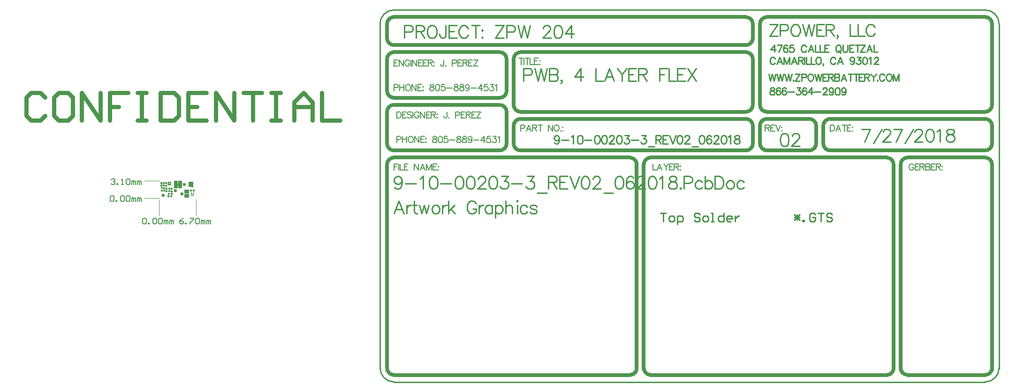
<source format=gts>
G04*
G04 #@! TF.GenerationSoftware,Altium Limited,Altium Designer,18.1.7 (191)*
G04*
G04 Layer_Color=8388736*
%FSLAX25Y25*%
%MOIN*%
G70*
G01*
G75*
%ADD10C,0.01000*%
%ADD11C,0.02500*%
%ADD12C,0.00201*%
%ADD13C,0.00900*%
%ADD14C,0.02953*%
%ADD15C,0.00500*%
%ADD16C,0.00600*%
%ADD28R,0.01968X0.01378*%
%ADD29R,0.01673X0.01181*%
%ADD30R,0.02067X0.01378*%
%ADD31C,0.01378*%
%ADD32R,0.01575X0.01378*%
%ADD33R,0.03150X0.02638*%
%ADD34R,0.03150X0.02677*%
G04:AMPARAMS|DCode=35|XSize=9.84mil|YSize=23.62mil|CornerRadius=3.45mil|HoleSize=0mil|Usage=FLASHONLY|Rotation=270.000|XOffset=0mil|YOffset=0mil|HoleType=Round|Shape=RoundedRectangle|*
%AMROUNDEDRECTD35*
21,1,0.00984,0.01673,0,0,270.0*
21,1,0.00295,0.02362,0,0,270.0*
1,1,0.00689,-0.00837,-0.00148*
1,1,0.00689,-0.00837,0.00148*
1,1,0.00689,0.00837,0.00148*
1,1,0.00689,0.00837,-0.00148*
%
%ADD35ROUNDEDRECTD35*%
G04:AMPARAMS|DCode=36|XSize=13.78mil|YSize=9.84mil|CornerRadius=3.45mil|HoleSize=0mil|Usage=FLASHONLY|Rotation=270.000|XOffset=0mil|YOffset=0mil|HoleType=Round|Shape=RoundedRectangle|*
%AMROUNDEDRECTD36*
21,1,0.01378,0.00295,0,0,270.0*
21,1,0.00689,0.00984,0,0,270.0*
1,1,0.00689,-0.00148,-0.00345*
1,1,0.00689,-0.00148,0.00345*
1,1,0.00689,0.00148,0.00345*
1,1,0.00689,0.00148,-0.00345*
%
%ADD36ROUNDEDRECTD36*%
%ADD37R,0.01339X0.01575*%
%ADD38R,0.01575X0.01339*%
%ADD39R,0.01378X0.01575*%
%ADD40R,0.03543X0.02559*%
%ADD41C,0.02362*%
%ADD42C,0.01181*%
%ADD43C,0.01535*%
G36*
X212686Y309048D02*
Y310048D01*
X213686D01*
Y309048D01*
X212686D01*
D02*
G37*
D10*
X546769Y289181D02*
X550767D01*
X548768D01*
Y283183D01*
X553766D02*
X555766D01*
X556765Y284183D01*
Y286182D01*
X555766Y287182D01*
X553766D01*
X552767Y286182D01*
Y284183D01*
X553766Y283183D01*
X558765Y281184D02*
Y287182D01*
X561764D01*
X562764Y286182D01*
Y284183D01*
X561764Y283183D01*
X558765D01*
X574760Y288181D02*
X573760Y289181D01*
X571761D01*
X570761Y288181D01*
Y287182D01*
X571761Y286182D01*
X573760D01*
X574760Y285182D01*
Y284183D01*
X573760Y283183D01*
X571761D01*
X570761Y284183D01*
X577759Y283183D02*
X579758D01*
X580758Y284183D01*
Y286182D01*
X579758Y287182D01*
X577759D01*
X576759Y286182D01*
Y284183D01*
X577759Y283183D01*
X582757D02*
X584756D01*
X583757D01*
Y289181D01*
X582757D01*
X591754D02*
Y283183D01*
X588755D01*
X587755Y284183D01*
Y286182D01*
X588755Y287182D01*
X591754D01*
X596753Y283183D02*
X594753D01*
X593753Y284183D01*
Y286182D01*
X594753Y287182D01*
X596753D01*
X597752Y286182D01*
Y285182D01*
X593753D01*
X599752Y287182D02*
Y283183D01*
Y285182D01*
X600751Y286182D01*
X601751Y287182D01*
X602750D01*
X641738Y288181D02*
X645737Y284183D01*
X641738D02*
X645737Y288181D01*
X641738Y286182D02*
X645737D01*
X643737Y284183D02*
Y288181D01*
X647736Y283183D02*
Y284183D01*
X648736D01*
Y283183D01*
X647736D01*
X656733Y288181D02*
X655733Y289181D01*
X653734D01*
X652734Y288181D01*
Y284183D01*
X653734Y283183D01*
X655733D01*
X656733Y284183D01*
Y286182D01*
X654734D01*
X658732Y289181D02*
X662731D01*
X660732D01*
Y283183D01*
X668729Y288181D02*
X667730Y289181D01*
X665730D01*
X664731Y288181D01*
Y287182D01*
X665730Y286182D01*
X667730D01*
X668729Y285182D01*
Y284183D01*
X667730Y283183D01*
X665730D01*
X664731Y284183D01*
X787532Y423682D02*
G03*
X777532Y433682I-10000J0D01*
G01*
Y168921D02*
G03*
X787532Y178921I0J10000D01*
G01*
X347532Y179022D02*
G03*
X357455Y168923I10100J0D01*
G01*
X357532Y433682D02*
G03*
X347532Y423682I0J-10000D01*
G01*
X357532Y168922D02*
X777532D01*
X357532Y433682D02*
X777532D01*
X787532Y178236D02*
Y423682D01*
X347532Y178727D02*
Y423682D01*
D11*
X530032Y323682D02*
G03*
X525032Y328682I-5000J0D01*
G01*
X525148Y173921D02*
G03*
X530030Y178889I84J4800D01*
G01*
X540032Y328682D02*
G03*
X535032Y323682I0J-5000D01*
G01*
Y178921D02*
G03*
X539944Y173922I5000J0D01*
G01*
X712532Y323682D02*
G03*
X707532Y328682I-5000J0D01*
G01*
X707648Y173921D02*
G03*
X712530Y178889I84J4800D01*
G01*
X717532Y178822D02*
G03*
X722517Y173922I4900J0D01*
G01*
X722532Y328682D02*
G03*
X717532Y323682I0J-5000D01*
G01*
X437532Y398782D02*
G03*
X432632Y403682I-4900J0D01*
G01*
X432732Y371182D02*
G03*
X437532Y375982I0J4800D01*
G01*
Y361282D02*
G03*
X432461Y366179I-4900J0D01*
G01*
X442532Y366082D02*
G03*
X447432Y361182I4900J0D01*
G01*
X442532Y338582D02*
G03*
X447432Y333682I4900J0D01*
G01*
X432632D02*
G03*
X437532Y338582I0J4900D01*
G01*
X612532Y351282D02*
G03*
X607632Y356182I-4900J0D01*
G01*
Y333682D02*
G03*
X612531Y338668I0J4900D01*
G01*
X617532Y338782D02*
G03*
X622543Y333683I5100J0D01*
G01*
X622332Y356182D02*
G03*
X617538Y351131I0J-4800D01*
G01*
X447532Y356182D02*
G03*
X442532Y351182I0J-5000D01*
G01*
X447532Y403682D02*
G03*
X442532Y398682I0J-5000D01*
G01*
X352532Y338682D02*
G03*
X357444Y333683I5000J0D01*
G01*
X357532Y366182D02*
G03*
X352532Y361182I0J-5000D01*
G01*
Y376182D02*
G03*
X357532Y371182I5000J0D01*
G01*
Y403682D02*
G03*
X352532Y398682I0J-5000D01*
G01*
Y413682D02*
G03*
X357532Y408682I5000J0D01*
G01*
Y428682D02*
G03*
X352532Y423682I0J-5000D01*
G01*
X612532D02*
G03*
X607532Y428682I-5000J0D01*
G01*
X622532D02*
G03*
X617532Y423682I0J-5000D01*
G01*
X607532Y408682D02*
G03*
X612532Y413682I0J5000D01*
G01*
Y398682D02*
G03*
X607532Y403682I-5000J0D01*
G01*
X357532Y328682D02*
G03*
X352532Y323682I0J-5000D01*
G01*
X607619Y361182D02*
G03*
X612533Y366182I-87J5000D01*
G01*
X352532Y178921D02*
G03*
X357444Y173922I5000J0D01*
G01*
X657532Y351282D02*
G03*
X652632Y356182I-4900J0D01*
G01*
X652532Y333682D02*
G03*
X657532Y338682I0J5000D01*
G01*
X777532Y173922D02*
G03*
X782532Y178921I0J5000D01*
G01*
X782532Y323770D02*
G03*
X777532Y328683I-5000J-87D01*
G01*
Y333682D02*
G03*
X782532Y338682I0J5000D01*
G01*
Y423782D02*
G03*
X777461Y428679I-4900J0D01*
G01*
X617532Y366182D02*
G03*
X622532Y361182I5000J0D01*
G01*
X777532D02*
G03*
X782532Y366182I0J5000D01*
G01*
X667532Y356182D02*
G03*
X662532Y351182I0J-5000D01*
G01*
X782532Y351282D02*
G03*
X777632Y356182I-4900J0D01*
G01*
X662532Y338582D02*
G03*
X667517Y333683I4900J0D01*
G01*
X540032Y173922D02*
X707532D01*
X357532D02*
X525032D01*
X357532Y328682D02*
X525032D01*
X540032D02*
X707532D01*
X722532Y173922D02*
X777532D01*
X722532Y328682D02*
X777532D01*
X357532Y428682D02*
X607532D01*
X357532Y333682D02*
X432532D01*
X357532Y366182D02*
X432532D01*
X357532Y371182D02*
X432532D01*
X357532Y403682D02*
X432532D01*
X357532Y408682D02*
X607532D01*
X447532Y403682D02*
X607532D01*
X447532Y356182D02*
X607532D01*
X447532Y333682D02*
X607532D01*
X622532D02*
X652532D01*
X622532Y356182D02*
X652532D01*
X667532Y333682D02*
X777532D01*
X622532Y428682D02*
X777532D01*
X447532Y361182D02*
X607619D01*
X622532D02*
X777532D01*
X667532Y356182D02*
X777532D01*
X530029Y178972D02*
X530032Y323682D01*
X535032Y178236D02*
Y323682D01*
X712529Y178236D02*
X712532Y323682D01*
X717532Y177990D02*
Y323682D01*
X352532Y338682D02*
Y361182D01*
X437532Y338682D02*
Y361182D01*
X352532Y376182D02*
Y398682D01*
X437532Y376182D02*
Y398682D01*
X352532Y413682D02*
Y423682D01*
X612532Y413682D02*
Y423682D01*
Y366182D02*
Y398682D01*
X442532Y366182D02*
Y398682D01*
X612532Y338682D02*
Y351182D01*
X442532Y338682D02*
Y351182D01*
X617532Y338682D02*
Y351182D01*
X657532Y338682D02*
Y351182D01*
X782532Y177745D02*
Y323682D01*
Y338682D02*
Y351282D01*
X352395Y178727D02*
X352532Y323682D01*
X617532Y366182D02*
Y423682D01*
X782532Y366182D02*
Y423682D01*
X662532Y338682D02*
Y351182D01*
D12*
X190499Y287573D02*
Y298923D01*
X216875Y287573D02*
Y298924D01*
X180061Y299902D02*
X190926D01*
X180061Y312107D02*
X190926D01*
D13*
X627735Y408701D02*
X625355Y405368D01*
X628925D01*
X627735Y408701D02*
Y403702D01*
X633139Y408701D02*
X630758Y403702D01*
X629806Y408701D02*
X633139D01*
X637114Y407986D02*
X636876Y408463D01*
X636162Y408701D01*
X635686D01*
X634972Y408463D01*
X634495Y407748D01*
X634257Y406558D01*
Y405368D01*
X634495Y404416D01*
X634972Y403940D01*
X635686Y403702D01*
X635924D01*
X636638Y403940D01*
X637114Y404416D01*
X637352Y405130D01*
Y405368D01*
X637114Y406082D01*
X636638Y406558D01*
X635924Y406796D01*
X635686D01*
X634972Y406558D01*
X634495Y406082D01*
X634257Y405368D01*
X641304Y408701D02*
X638923D01*
X638685Y406558D01*
X638923Y406796D01*
X639637Y407034D01*
X640351D01*
X641066Y406796D01*
X641542Y406320D01*
X641780Y405606D01*
Y405130D01*
X641542Y404416D01*
X641066Y403940D01*
X640351Y403702D01*
X639637D01*
X638923Y403940D01*
X638685Y404178D01*
X638447Y404654D01*
X650397Y407510D02*
X650159Y407986D01*
X649683Y408463D01*
X649207Y408701D01*
X648254D01*
X647778Y408463D01*
X647302Y407986D01*
X647064Y407510D01*
X646826Y406796D01*
Y405606D01*
X647064Y404892D01*
X647302Y404416D01*
X647778Y403940D01*
X648254Y403702D01*
X649207D01*
X649683Y403940D01*
X650159Y404416D01*
X650397Y404892D01*
X655610Y403702D02*
X653706Y408701D01*
X651801Y403702D01*
X652515Y405368D02*
X654896D01*
X656776Y408701D02*
Y403702D01*
X659633D01*
X660181Y408701D02*
Y403702D01*
X663037D01*
X666679Y408701D02*
X663585D01*
Y403702D01*
X666679D01*
X663585Y406320D02*
X665489D01*
X672868Y408701D02*
X672392Y408463D01*
X671916Y407986D01*
X671678Y407510D01*
X671440Y406796D01*
Y405606D01*
X671678Y404892D01*
X671916Y404416D01*
X672392Y403940D01*
X672868Y403702D01*
X673820D01*
X674297Y403940D01*
X674773Y404416D01*
X675011Y404892D01*
X675249Y405606D01*
Y406796D01*
X675011Y407510D01*
X674773Y407986D01*
X674297Y408463D01*
X673820Y408701D01*
X672868D01*
X673582Y404654D02*
X675011Y403226D01*
X676415Y408701D02*
Y405130D01*
X676653Y404416D01*
X677129Y403940D01*
X677843Y403702D01*
X678319D01*
X679034Y403940D01*
X679510Y404416D01*
X679748Y405130D01*
Y408701D01*
X684223D02*
X681128D01*
Y403702D01*
X684223D01*
X681128Y406320D02*
X683033D01*
X686722Y408701D02*
Y403702D01*
X685056Y408701D02*
X688389D01*
X692316D02*
X688984Y403702D01*
Y408701D02*
X692316D01*
X688984Y403702D02*
X692316D01*
X697244D02*
X695340Y408701D01*
X693435Y403702D01*
X694149Y405368D02*
X696530D01*
X698410Y408701D02*
Y403702D01*
X701267D01*
X628294Y398876D02*
X628056Y399352D01*
X627580Y399828D01*
X627104Y400066D01*
X626152D01*
X625676Y399828D01*
X625200Y399352D01*
X624962Y398876D01*
X624724Y398161D01*
Y396971D01*
X624962Y396257D01*
X625200Y395781D01*
X625676Y395305D01*
X626152Y395067D01*
X627104D01*
X627580Y395305D01*
X628056Y395781D01*
X628294Y396257D01*
X633508Y395067D02*
X631603Y400066D01*
X629699Y395067D01*
X630413Y396733D02*
X632794D01*
X634674Y400066D02*
Y395067D01*
Y400066D02*
X636578Y395067D01*
X638483Y400066D02*
X636578Y395067D01*
X638483Y400066D02*
Y395067D01*
X643720D02*
X641815Y400066D01*
X639911Y395067D01*
X640625Y396733D02*
X643006D01*
X644886Y400066D02*
Y395067D01*
Y400066D02*
X647028D01*
X647743Y399828D01*
X647981Y399590D01*
X648219Y399114D01*
Y398638D01*
X647981Y398161D01*
X647743Y397923D01*
X647028Y397685D01*
X644886D01*
X646552D02*
X648219Y395067D01*
X649338Y400066D02*
Y395067D01*
X650385Y400066D02*
Y395067D01*
X653241D01*
X653789Y400066D02*
Y395067D01*
X656645D01*
X658621Y400066D02*
X658145Y399828D01*
X657669Y399352D01*
X657431Y398876D01*
X657193Y398161D01*
Y396971D01*
X657431Y396257D01*
X657669Y395781D01*
X658145Y395305D01*
X658621Y395067D01*
X659573D01*
X660049Y395305D01*
X660526Y395781D01*
X660764Y396257D01*
X661002Y396971D01*
Y398161D01*
X660764Y398876D01*
X660526Y399352D01*
X660049Y399828D01*
X659573Y400066D01*
X658621D01*
X662644Y395305D02*
X662406Y395067D01*
X662168Y395305D01*
X662406Y395543D01*
X662644Y395305D01*
Y394829D01*
X662406Y394353D01*
X662168Y394115D01*
X671238Y398876D02*
X671000Y399352D01*
X670524Y399828D01*
X670047Y400066D01*
X669095D01*
X668619Y399828D01*
X668143Y399352D01*
X667905Y398876D01*
X667667Y398161D01*
Y396971D01*
X667905Y396257D01*
X668143Y395781D01*
X668619Y395305D01*
X669095Y395067D01*
X670047D01*
X670524Y395305D01*
X671000Y395781D01*
X671238Y396257D01*
X676451Y395067D02*
X674546Y400066D01*
X672642Y395067D01*
X673356Y396733D02*
X675737D01*
X684640Y398399D02*
X684401Y397685D01*
X683925Y397209D01*
X683211Y396971D01*
X682973D01*
X682259Y397209D01*
X681783Y397685D01*
X681545Y398399D01*
Y398638D01*
X681783Y399352D01*
X682259Y399828D01*
X682973Y400066D01*
X683211D01*
X683925Y399828D01*
X684401Y399352D01*
X684640Y398399D01*
Y397209D01*
X684401Y396019D01*
X683925Y395305D01*
X683211Y395067D01*
X682735D01*
X682021Y395305D01*
X681783Y395781D01*
X686472Y400066D02*
X689091D01*
X687663Y398161D01*
X688377D01*
X688853Y397923D01*
X689091Y397685D01*
X689329Y396971D01*
Y396495D01*
X689091Y395781D01*
X688615Y395305D01*
X687901Y395067D01*
X687187D01*
X686472Y395305D01*
X686234Y395543D01*
X685996Y396019D01*
X691876Y400066D02*
X691162Y399828D01*
X690686Y399114D01*
X690448Y397923D01*
Y397209D01*
X690686Y396019D01*
X691162Y395305D01*
X691876Y395067D01*
X692352D01*
X693066Y395305D01*
X693542Y396019D01*
X693780Y397209D01*
Y397923D01*
X693542Y399114D01*
X693066Y399828D01*
X692352Y400066D01*
X691876D01*
X694899Y399114D02*
X695375Y399352D01*
X696089Y400066D01*
Y395067D01*
X698803Y398876D02*
Y399114D01*
X699041Y399590D01*
X699279Y399828D01*
X699755Y400066D01*
X700707D01*
X701184Y399828D01*
X701422Y399590D01*
X701660Y399114D01*
Y398638D01*
X701422Y398161D01*
X700946Y397447D01*
X698565Y395067D01*
X701898D01*
X365032Y417967D02*
X368888D01*
X370173Y418396D01*
X370602Y418824D01*
X371030Y419681D01*
Y420966D01*
X370602Y421824D01*
X370173Y422252D01*
X368888Y422680D01*
X365032D01*
Y413682D01*
X373044Y422680D02*
Y413682D01*
Y422680D02*
X376901D01*
X378186Y422252D01*
X378614Y421824D01*
X379043Y420966D01*
Y420110D01*
X378614Y419253D01*
X378186Y418824D01*
X376901Y418396D01*
X373044D01*
X376044D02*
X379043Y413682D01*
X383628Y422680D02*
X382771Y422252D01*
X381914Y421395D01*
X381485Y420538D01*
X381057Y419253D01*
Y417110D01*
X381485Y415825D01*
X381914Y414968D01*
X382771Y414111D01*
X383628Y413682D01*
X385342D01*
X386198Y414111D01*
X387055Y414968D01*
X387484Y415825D01*
X387912Y417110D01*
Y419253D01*
X387484Y420538D01*
X387055Y421395D01*
X386198Y422252D01*
X385342Y422680D01*
X383628D01*
X394297D02*
Y415825D01*
X393868Y414539D01*
X393440Y414111D01*
X392583Y413682D01*
X391726D01*
X390869Y414111D01*
X390441Y414539D01*
X390012Y415825D01*
Y416682D01*
X402181Y422680D02*
X396611D01*
Y413682D01*
X402181D01*
X396611Y418396D02*
X400038D01*
X410108Y420538D02*
X409679Y421395D01*
X408822Y422252D01*
X407965Y422680D01*
X406251D01*
X405394Y422252D01*
X404537Y421395D01*
X404109Y420538D01*
X403681Y419253D01*
Y417110D01*
X404109Y415825D01*
X404537Y414968D01*
X405394Y414111D01*
X406251Y413682D01*
X407965D01*
X408822Y414111D01*
X409679Y414968D01*
X410108Y415825D01*
X415635Y422680D02*
Y413682D01*
X412636Y422680D02*
X418634D01*
X420134Y419681D02*
X419706Y419253D01*
X420134Y418824D01*
X420563Y419253D01*
X420134Y419681D01*
Y414539D02*
X419706Y414111D01*
X420134Y413682D01*
X420563Y414111D01*
X420134Y414539D01*
X435602Y422680D02*
X429603Y413682D01*
Y422680D02*
X435602D01*
X429603Y413682D02*
X435602D01*
X437616Y417967D02*
X441472D01*
X442758Y418396D01*
X443186Y418824D01*
X443615Y419681D01*
Y420966D01*
X443186Y421824D01*
X442758Y422252D01*
X441472Y422680D01*
X437616D01*
Y413682D01*
X445629Y422680D02*
X447771Y413682D01*
X449913Y422680D02*
X447771Y413682D01*
X449913Y422680D02*
X452056Y413682D01*
X454198Y422680D02*
X452056Y413682D01*
X463496Y420538D02*
Y420966D01*
X463925Y421824D01*
X464353Y422252D01*
X465210Y422680D01*
X466924D01*
X467781Y422252D01*
X468210Y421824D01*
X468638Y420966D01*
Y420110D01*
X468210Y419253D01*
X467352Y417967D01*
X463068Y413682D01*
X469066D01*
X473651Y422680D02*
X472366Y422252D01*
X471509Y420966D01*
X471080Y418824D01*
Y417539D01*
X471509Y415396D01*
X472366Y414111D01*
X473651Y413682D01*
X474508D01*
X475794Y414111D01*
X476650Y415396D01*
X477079Y417539D01*
Y418824D01*
X476650Y420966D01*
X475794Y422252D01*
X474508Y422680D01*
X473651D01*
X483378D02*
X479093Y416682D01*
X485520D01*
X483378Y422680D02*
Y413682D01*
X623824Y388273D02*
X625014Y383274D01*
X626204Y388273D02*
X625014Y383274D01*
X626204Y388273D02*
X627394Y383274D01*
X628585Y388273D02*
X627394Y383274D01*
X629585Y388273D02*
X630775Y383274D01*
X631965Y388273D02*
X630775Y383274D01*
X631965Y388273D02*
X633155Y383274D01*
X634345Y388273D02*
X633155Y383274D01*
X635345Y388273D02*
X636535Y383274D01*
X637726Y388273D02*
X636535Y383274D01*
X637726Y388273D02*
X638916Y383274D01*
X640106Y388273D02*
X638916Y383274D01*
X641344Y383750D02*
X641106Y383512D01*
X641344Y383274D01*
X641582Y383512D01*
X641344Y383750D01*
X646009Y388273D02*
X642677Y383274D01*
Y388273D02*
X646009D01*
X642677Y383274D02*
X646009D01*
X647128Y385654D02*
X649271D01*
X649985Y385892D01*
X650223Y386130D01*
X650461Y386606D01*
Y387320D01*
X650223Y387797D01*
X649985Y388035D01*
X649271Y388273D01*
X647128D01*
Y383274D01*
X653008Y388273D02*
X652532Y388035D01*
X652056Y387559D01*
X651818Y387082D01*
X651580Y386368D01*
Y385178D01*
X651818Y384464D01*
X652056Y383988D01*
X652532Y383512D01*
X653008Y383274D01*
X653960D01*
X654436Y383512D01*
X654912Y383988D01*
X655150Y384464D01*
X655388Y385178D01*
Y386368D01*
X655150Y387082D01*
X654912Y387559D01*
X654436Y388035D01*
X653960Y388273D01*
X653008D01*
X656555D02*
X657745Y383274D01*
X658935Y388273D02*
X657745Y383274D01*
X658935Y388273D02*
X660125Y383274D01*
X661316Y388273D02*
X660125Y383274D01*
X665410Y388273D02*
X662316D01*
Y383274D01*
X665410D01*
X662316Y385892D02*
X664220D01*
X666243Y388273D02*
Y383274D01*
Y388273D02*
X668386D01*
X669100Y388035D01*
X669338Y387797D01*
X669576Y387320D01*
Y386844D01*
X669338Y386368D01*
X669100Y386130D01*
X668386Y385892D01*
X666243D01*
X667910D02*
X669576Y383274D01*
X670695Y388273D02*
Y383274D01*
Y388273D02*
X672837D01*
X673551Y388035D01*
X673789Y387797D01*
X674027Y387320D01*
Y386844D01*
X673789Y386368D01*
X673551Y386130D01*
X672837Y385892D01*
X670695D02*
X672837D01*
X673551Y385654D01*
X673789Y385416D01*
X674027Y384940D01*
Y384226D01*
X673789Y383750D01*
X673551Y383512D01*
X672837Y383274D01*
X670695D01*
X678955D02*
X677050Y388273D01*
X675146Y383274D01*
X675860Y384940D02*
X678241D01*
X681788Y388273D02*
Y383274D01*
X680121Y388273D02*
X683454D01*
X685715D02*
Y383274D01*
X684049Y388273D02*
X687382D01*
X691071D02*
X687977D01*
Y383274D01*
X691071D01*
X687977Y385892D02*
X689881D01*
X691904Y388273D02*
Y383274D01*
Y388273D02*
X694047D01*
X694761Y388035D01*
X694999Y387797D01*
X695237Y387320D01*
Y386844D01*
X694999Y386368D01*
X694761Y386130D01*
X694047Y385892D01*
X691904D01*
X693571D02*
X695237Y383274D01*
X696356Y388273D02*
X698260Y385892D01*
Y383274D01*
X700165Y388273D02*
X698260Y385892D01*
X701045Y383750D02*
X700807Y383512D01*
X701045Y383274D01*
X701283Y383512D01*
X701045Y383750D01*
X705949Y387082D02*
X705711Y387559D01*
X705235Y388035D01*
X704759Y388273D01*
X703807D01*
X703331Y388035D01*
X702854Y387559D01*
X702616Y387082D01*
X702378Y386368D01*
Y385178D01*
X702616Y384464D01*
X702854Y383988D01*
X703331Y383512D01*
X703807Y383274D01*
X704759D01*
X705235Y383512D01*
X705711Y383988D01*
X705949Y384464D01*
X708782Y388273D02*
X708306Y388035D01*
X707830Y387559D01*
X707592Y387082D01*
X707353Y386368D01*
Y385178D01*
X707592Y384464D01*
X707830Y383988D01*
X708306Y383512D01*
X708782Y383274D01*
X709734D01*
X710210Y383512D01*
X710686Y383988D01*
X710924Y384464D01*
X711162Y385178D01*
Y386368D01*
X710924Y387082D01*
X710686Y387559D01*
X710210Y388035D01*
X709734Y388273D01*
X708782D01*
X712329D02*
Y383274D01*
Y388273D02*
X714233Y383274D01*
X716137Y388273D02*
X714233Y383274D01*
X716137Y388273D02*
Y383274D01*
X474980Y342441D02*
X474699Y341597D01*
X474136Y341035D01*
X473293Y340754D01*
X473012D01*
X472168Y341035D01*
X471606Y341597D01*
X471325Y342441D01*
Y342722D01*
X471606Y343565D01*
X472168Y344128D01*
X473012Y344409D01*
X473293D01*
X474136Y344128D01*
X474699Y343565D01*
X474980Y342441D01*
Y341035D01*
X474699Y339629D01*
X474136Y338786D01*
X473293Y338505D01*
X472731D01*
X471887Y338786D01*
X471606Y339348D01*
X476583Y341035D02*
X481643D01*
X483387Y343284D02*
X483949Y343565D01*
X484792Y344409D01*
Y338505D01*
X489403Y344409D02*
X488560Y344128D01*
X487997Y343284D01*
X487716Y341879D01*
Y341035D01*
X487997Y339629D01*
X488560Y338786D01*
X489403Y338505D01*
X489965D01*
X490809Y338786D01*
X491371Y339629D01*
X491652Y341035D01*
Y341879D01*
X491371Y343284D01*
X490809Y344128D01*
X489965Y344409D01*
X489403D01*
X492974Y341035D02*
X498035D01*
X501465Y344409D02*
X500621Y344128D01*
X500059Y343284D01*
X499778Y341879D01*
Y341035D01*
X500059Y339629D01*
X500621Y338786D01*
X501465Y338505D01*
X502027D01*
X502871Y338786D01*
X503433Y339629D01*
X503714Y341035D01*
Y341879D01*
X503433Y343284D01*
X502871Y344128D01*
X502027Y344409D01*
X501465D01*
X506722D02*
X505879Y344128D01*
X505317Y343284D01*
X505035Y341879D01*
Y341035D01*
X505317Y339629D01*
X505879Y338786D01*
X506722Y338505D01*
X507285D01*
X508128Y338786D01*
X508690Y339629D01*
X508972Y341035D01*
Y341879D01*
X508690Y343284D01*
X508128Y344128D01*
X507285Y344409D01*
X506722D01*
X510574Y343003D02*
Y343284D01*
X510855Y343847D01*
X511136Y344128D01*
X511699Y344409D01*
X512823D01*
X513386Y344128D01*
X513667Y343847D01*
X513948Y343284D01*
Y342722D01*
X513667Y342160D01*
X513105Y341316D01*
X510293Y338505D01*
X514229D01*
X517238Y344409D02*
X516394Y344128D01*
X515832Y343284D01*
X515551Y341879D01*
Y341035D01*
X515832Y339629D01*
X516394Y338786D01*
X517238Y338505D01*
X517800D01*
X518643Y338786D01*
X519206Y339629D01*
X519487Y341035D01*
Y341879D01*
X519206Y343284D01*
X518643Y344128D01*
X517800Y344409D01*
X517238D01*
X521371D02*
X524463D01*
X522776Y342160D01*
X523620D01*
X524182Y341879D01*
X524463Y341597D01*
X524744Y340754D01*
Y340192D01*
X524463Y339348D01*
X523901Y338786D01*
X523057Y338505D01*
X522214D01*
X521371Y338786D01*
X521089Y339067D01*
X520808Y339629D01*
X526066Y341035D02*
X531127D01*
X533432Y344409D02*
X536525D01*
X534838Y342160D01*
X535681D01*
X536244Y341879D01*
X536525Y341597D01*
X536806Y340754D01*
Y340192D01*
X536525Y339348D01*
X535962Y338786D01*
X535119Y338505D01*
X534275D01*
X533432Y338786D01*
X533151Y339067D01*
X532870Y339629D01*
X538127Y336537D02*
X542626D01*
X543385Y344409D02*
Y338505D01*
Y344409D02*
X545915D01*
X546759Y344128D01*
X547040Y343847D01*
X547321Y343284D01*
Y342722D01*
X547040Y342160D01*
X546759Y341879D01*
X545915Y341597D01*
X543385D01*
X545353D02*
X547321Y338505D01*
X552297Y344409D02*
X548642D01*
Y338505D01*
X552297D01*
X548642Y341597D02*
X550892D01*
X553281Y344409D02*
X555531Y338505D01*
X557780Y344409D02*
X555531Y338505D01*
X560226Y344409D02*
X559383Y344128D01*
X558820Y343284D01*
X558539Y341879D01*
Y341035D01*
X558820Y339629D01*
X559383Y338786D01*
X560226Y338505D01*
X560788D01*
X561632Y338786D01*
X562194Y339629D01*
X562475Y341035D01*
Y341879D01*
X562194Y343284D01*
X561632Y344128D01*
X560788Y344409D01*
X560226D01*
X564078Y343003D02*
Y343284D01*
X564359Y343847D01*
X564640Y344128D01*
X565203Y344409D01*
X566327D01*
X566889Y344128D01*
X567171Y343847D01*
X567452Y343284D01*
Y342722D01*
X567171Y342160D01*
X566608Y341316D01*
X563797Y338505D01*
X567733D01*
X569054Y336537D02*
X573553D01*
X575999Y344409D02*
X575155Y344128D01*
X574593Y343284D01*
X574312Y341879D01*
Y341035D01*
X574593Y339629D01*
X575155Y338786D01*
X575999Y338505D01*
X576561D01*
X577405Y338786D01*
X577967Y339629D01*
X578248Y341035D01*
Y341879D01*
X577967Y343284D01*
X577405Y344128D01*
X576561Y344409D01*
X575999D01*
X582943Y343565D02*
X582662Y344128D01*
X581819Y344409D01*
X581256D01*
X580413Y344128D01*
X579851Y343284D01*
X579569Y341879D01*
Y340473D01*
X579851Y339348D01*
X580413Y338786D01*
X581256Y338505D01*
X581538D01*
X582381Y338786D01*
X582943Y339348D01*
X583224Y340192D01*
Y340473D01*
X582943Y341316D01*
X582381Y341879D01*
X581538Y342160D01*
X581256D01*
X580413Y341879D01*
X579851Y341316D01*
X579569Y340473D01*
X584799Y343003D02*
Y343284D01*
X585080Y343847D01*
X585361Y344128D01*
X585924Y344409D01*
X587048D01*
X587610Y344128D01*
X587892Y343847D01*
X588173Y343284D01*
Y342722D01*
X587892Y342160D01*
X587329Y341316D01*
X584518Y338505D01*
X588454D01*
X591462Y344409D02*
X590619Y344128D01*
X590057Y343284D01*
X589775Y341879D01*
Y341035D01*
X590057Y339629D01*
X590619Y338786D01*
X591462Y338505D01*
X592025D01*
X592868Y338786D01*
X593430Y339629D01*
X593712Y341035D01*
Y341879D01*
X593430Y343284D01*
X592868Y344128D01*
X592025Y344409D01*
X591462D01*
X595033Y343284D02*
X595595Y343565D01*
X596439Y344409D01*
Y338505D01*
X600769Y344409D02*
X599925Y344128D01*
X599644Y343565D01*
Y343003D01*
X599925Y342441D01*
X600487Y342160D01*
X601612Y341879D01*
X602456Y341597D01*
X603018Y341035D01*
X603299Y340473D01*
Y339629D01*
X603018Y339067D01*
X602737Y338786D01*
X601893Y338505D01*
X600769D01*
X599925Y338786D01*
X599644Y339067D01*
X599363Y339629D01*
Y340473D01*
X599644Y341035D01*
X600206Y341597D01*
X601050Y341879D01*
X602174Y342160D01*
X602737Y342441D01*
X603018Y343003D01*
Y343565D01*
X602737Y344128D01*
X601893Y344409D01*
X600769D01*
X449639Y387342D02*
X453495D01*
X454780Y387771D01*
X455209Y388199D01*
X455638Y389056D01*
Y390341D01*
X455209Y391198D01*
X454780Y391627D01*
X453495Y392055D01*
X449639D01*
Y383057D01*
X457651Y392055D02*
X459794Y383057D01*
X461936Y392055D02*
X459794Y383057D01*
X461936Y392055D02*
X464079Y383057D01*
X466221Y392055D02*
X464079Y383057D01*
X468020Y392055D02*
Y383057D01*
Y392055D02*
X471877D01*
X473162Y391627D01*
X473591Y391198D01*
X474019Y390341D01*
Y389484D01*
X473591Y388627D01*
X473162Y388199D01*
X471877Y387771D01*
X468020D02*
X471877D01*
X473162Y387342D01*
X473591Y386913D01*
X474019Y386057D01*
Y384771D01*
X473591Y383914D01*
X473162Y383486D01*
X471877Y383057D01*
X468020D01*
X476890Y383486D02*
X476462Y383057D01*
X476033Y383486D01*
X476462Y383914D01*
X476890Y383486D01*
Y382629D01*
X476462Y381772D01*
X476033Y381343D01*
X490216Y392055D02*
X485931Y386057D01*
X492358D01*
X490216Y392055D02*
Y383057D01*
X501014Y392055D02*
Y383057D01*
X506155D01*
X513996D02*
X510569Y392055D01*
X507141Y383057D01*
X508426Y386057D02*
X512711D01*
X516096Y392055D02*
X519524Y387771D01*
Y383057D01*
X522952Y392055D02*
X519524Y387771D01*
X529679Y392055D02*
X524109D01*
Y383057D01*
X529679D01*
X524109Y387771D02*
X527536D01*
X531178Y392055D02*
Y383057D01*
Y392055D02*
X535035D01*
X536320Y391627D01*
X536749Y391198D01*
X537177Y390341D01*
Y389484D01*
X536749Y388627D01*
X536320Y388199D01*
X535035Y387771D01*
X531178D01*
X534178D02*
X537177Y383057D01*
X546261Y392055D02*
Y383057D01*
Y392055D02*
X551831D01*
X546261Y387771D02*
X549689D01*
X552859Y392055D02*
Y383057D01*
X558001D01*
X564557Y392055D02*
X558987D01*
Y383057D01*
X564557D01*
X558987Y387771D02*
X562415D01*
X566057Y392055D02*
X572055Y383057D01*
Y392055D02*
X566057Y383057D01*
X363102Y312281D02*
X362673Y310996D01*
X361817Y310139D01*
X360531Y309710D01*
X360103D01*
X358817Y310139D01*
X357960Y310996D01*
X357532Y312281D01*
Y312710D01*
X357960Y313995D01*
X358817Y314852D01*
X360103Y315281D01*
X360531D01*
X361817Y314852D01*
X362673Y313995D01*
X363102Y312281D01*
Y310139D01*
X362673Y307996D01*
X361817Y306711D01*
X360531Y306282D01*
X359674D01*
X358389Y306711D01*
X357960Y307568D01*
X365544Y310139D02*
X373257D01*
X375913Y313567D02*
X376770Y313995D01*
X378056Y315281D01*
Y306282D01*
X385083Y315281D02*
X383798Y314852D01*
X382941Y313567D01*
X382512Y311424D01*
Y310139D01*
X382941Y307996D01*
X383798Y306711D01*
X385083Y306282D01*
X385940D01*
X387225Y306711D01*
X388082Y307996D01*
X388511Y310139D01*
Y311424D01*
X388082Y313567D01*
X387225Y314852D01*
X385940Y315281D01*
X385083D01*
X390525Y310139D02*
X398237D01*
X403465Y315281D02*
X402179Y314852D01*
X401322Y313567D01*
X400894Y311424D01*
Y310139D01*
X401322Y307996D01*
X402179Y306711D01*
X403465Y306282D01*
X404322D01*
X405607Y306711D01*
X406464Y307996D01*
X406892Y310139D01*
Y311424D01*
X406464Y313567D01*
X405607Y314852D01*
X404322Y315281D01*
X403465D01*
X411477D02*
X410192Y314852D01*
X409335Y313567D01*
X408906Y311424D01*
Y310139D01*
X409335Y307996D01*
X410192Y306711D01*
X411477Y306282D01*
X412334D01*
X413620Y306711D01*
X414477Y307996D01*
X414905Y310139D01*
Y311424D01*
X414477Y313567D01*
X413620Y314852D01*
X412334Y315281D01*
X411477D01*
X417347Y313138D02*
Y313567D01*
X417776Y314423D01*
X418204Y314852D01*
X419061Y315281D01*
X420775D01*
X421632Y314852D01*
X422061Y314423D01*
X422489Y313567D01*
Y312710D01*
X422061Y311853D01*
X421204Y310567D01*
X416919Y306282D01*
X422918D01*
X427502Y315281D02*
X426217Y314852D01*
X425360Y313567D01*
X424931Y311424D01*
Y310139D01*
X425360Y307996D01*
X426217Y306711D01*
X427502Y306282D01*
X428359D01*
X429645Y306711D01*
X430502Y307996D01*
X430930Y310139D01*
Y311424D01*
X430502Y313567D01*
X429645Y314852D01*
X428359Y315281D01*
X427502D01*
X433801D02*
X438514D01*
X435944Y311853D01*
X437229D01*
X438086Y311424D01*
X438514Y310996D01*
X438943Y309710D01*
Y308853D01*
X438514Y307568D01*
X437657Y306711D01*
X436372Y306282D01*
X435086D01*
X433801Y306711D01*
X433373Y307139D01*
X432944Y307996D01*
X440957Y310139D02*
X448669D01*
X452183Y315281D02*
X456896D01*
X454325Y311853D01*
X455611D01*
X456468Y311424D01*
X456896Y310996D01*
X457325Y309710D01*
Y308853D01*
X456896Y307568D01*
X456039Y306711D01*
X454754Y306282D01*
X453468D01*
X452183Y306711D01*
X451754Y307139D01*
X451326Y307996D01*
X459338Y303283D02*
X466194D01*
X467351Y315281D02*
Y306282D01*
Y315281D02*
X471207D01*
X472493Y314852D01*
X472921Y314423D01*
X473350Y313567D01*
Y312710D01*
X472921Y311853D01*
X472493Y311424D01*
X471207Y310996D01*
X467351D01*
X470350D02*
X473350Y306282D01*
X480934Y315281D02*
X475364D01*
Y306282D01*
X480934D01*
X475364Y310996D02*
X478791D01*
X482434Y315281D02*
X485861Y306282D01*
X489289Y315281D02*
X485861Y306282D01*
X493017Y315281D02*
X491732Y314852D01*
X490874Y313567D01*
X490446Y311424D01*
Y310139D01*
X490874Y307996D01*
X491732Y306711D01*
X493017Y306282D01*
X493874D01*
X495159Y306711D01*
X496016Y307996D01*
X496445Y310139D01*
Y311424D01*
X496016Y313567D01*
X495159Y314852D01*
X493874Y315281D01*
X493017D01*
X498887Y313138D02*
Y313567D01*
X499316Y314423D01*
X499744Y314852D01*
X500601Y315281D01*
X502315D01*
X503172Y314852D01*
X503600Y314423D01*
X504029Y313567D01*
Y312710D01*
X503600Y311853D01*
X502743Y310567D01*
X498459Y306282D01*
X504457D01*
X506471Y303283D02*
X513327D01*
X517055Y315281D02*
X515769Y314852D01*
X514912Y313567D01*
X514484Y311424D01*
Y310139D01*
X514912Y307996D01*
X515769Y306711D01*
X517055Y306282D01*
X517912D01*
X519197Y306711D01*
X520054Y307996D01*
X520482Y310139D01*
Y311424D01*
X520054Y313567D01*
X519197Y314852D01*
X517912Y315281D01*
X517055D01*
X527638Y313995D02*
X527210Y314852D01*
X525924Y315281D01*
X525067D01*
X523782Y314852D01*
X522925Y313567D01*
X522496Y311424D01*
Y309282D01*
X522925Y307568D01*
X523782Y306711D01*
X525067Y306282D01*
X525496D01*
X526781Y306711D01*
X527638Y307568D01*
X528067Y308853D01*
Y309282D01*
X527638Y310567D01*
X526781Y311424D01*
X525496Y311853D01*
X525067D01*
X523782Y311424D01*
X522925Y310567D01*
X522496Y309282D01*
X530466Y313138D02*
Y313567D01*
X530895Y314423D01*
X531323Y314852D01*
X532180Y315281D01*
X533894D01*
X534751Y314852D01*
X535179Y314423D01*
X535608Y313567D01*
Y312710D01*
X535179Y311853D01*
X534322Y310567D01*
X530038Y306282D01*
X536036D01*
X540621Y315281D02*
X539336Y314852D01*
X538479Y313567D01*
X538050Y311424D01*
Y310139D01*
X538479Y307996D01*
X539336Y306711D01*
X540621Y306282D01*
X541478D01*
X542763Y306711D01*
X543620Y307996D01*
X544049Y310139D01*
Y311424D01*
X543620Y313567D01*
X542763Y314852D01*
X541478Y315281D01*
X540621D01*
X546063Y313567D02*
X546920Y313995D01*
X548205Y315281D01*
Y306282D01*
X554804Y315281D02*
X553518Y314852D01*
X553090Y313995D01*
Y313138D01*
X553518Y312281D01*
X554375Y311853D01*
X556089Y311424D01*
X557375Y310996D01*
X558231Y310139D01*
X558660Y309282D01*
Y307996D01*
X558231Y307139D01*
X557803Y306711D01*
X556518Y306282D01*
X554804D01*
X553518Y306711D01*
X553090Y307139D01*
X552661Y307996D01*
Y309282D01*
X553090Y310139D01*
X553947Y310996D01*
X555232Y311424D01*
X556946Y311853D01*
X557803Y312281D01*
X558231Y313138D01*
Y313995D01*
X557803Y314852D01*
X556518Y315281D01*
X554804D01*
X561102Y307139D02*
X560674Y306711D01*
X561102Y306282D01*
X561531Y306711D01*
X561102Y307139D01*
X563502Y310567D02*
X567358D01*
X568644Y310996D01*
X569072Y311424D01*
X569501Y312281D01*
Y313567D01*
X569072Y314423D01*
X568644Y314852D01*
X567358Y315281D01*
X563502D01*
Y306282D01*
X576656Y310996D02*
X575799Y311853D01*
X574942Y312281D01*
X573657D01*
X572800Y311853D01*
X571943Y310996D01*
X571514Y309710D01*
Y308853D01*
X571943Y307568D01*
X572800Y306711D01*
X573657Y306282D01*
X574942D01*
X575799Y306711D01*
X576656Y307568D01*
X578584Y315281D02*
Y306282D01*
Y310996D02*
X579441Y311853D01*
X580298Y312281D01*
X581584D01*
X582441Y311853D01*
X583298Y310996D01*
X583726Y309710D01*
Y308853D01*
X583298Y307568D01*
X582441Y306711D01*
X581584Y306282D01*
X580298D01*
X579441Y306711D01*
X578584Y307568D01*
X585654Y315281D02*
Y306282D01*
Y315281D02*
X588654D01*
X589939Y314852D01*
X590796Y313995D01*
X591224Y313138D01*
X591653Y311853D01*
Y309710D01*
X591224Y308425D01*
X590796Y307568D01*
X589939Y306711D01*
X588654Y306282D01*
X585654D01*
X595809Y312281D02*
X594952Y311853D01*
X594095Y310996D01*
X593667Y309710D01*
Y308853D01*
X594095Y307568D01*
X594952Y306711D01*
X595809Y306282D01*
X597095D01*
X597952Y306711D01*
X598809Y307568D01*
X599237Y308853D01*
Y309710D01*
X598809Y310996D01*
X597952Y311853D01*
X597095Y312281D01*
X595809D01*
X606350Y310996D02*
X605493Y311853D01*
X604636Y312281D01*
X603350D01*
X602493Y311853D01*
X601637Y310996D01*
X601208Y309710D01*
Y308853D01*
X601637Y307568D01*
X602493Y306711D01*
X603350Y306282D01*
X604636D01*
X605493Y306711D01*
X606350Y307568D01*
X364387Y288782D02*
X360960Y297780D01*
X357532Y288782D01*
X358817Y291782D02*
X363102D01*
X366487Y294781D02*
Y288782D01*
Y292210D02*
X366915Y293496D01*
X367772Y294353D01*
X368629Y294781D01*
X369915D01*
X372014Y297780D02*
Y290496D01*
X372443Y289211D01*
X373300Y288782D01*
X374157D01*
X370729Y294781D02*
X373728D01*
X375442D02*
X377156Y288782D01*
X378870Y294781D02*
X377156Y288782D01*
X378870Y294781D02*
X380584Y288782D01*
X382298Y294781D02*
X380584Y288782D01*
X386540Y294781D02*
X385683Y294353D01*
X384826Y293496D01*
X384397Y292210D01*
Y291353D01*
X384826Y290068D01*
X385683Y289211D01*
X386540Y288782D01*
X387825D01*
X388682Y289211D01*
X389539Y290068D01*
X389968Y291353D01*
Y292210D01*
X389539Y293496D01*
X388682Y294353D01*
X387825Y294781D01*
X386540D01*
X391939D02*
Y288782D01*
Y292210D02*
X392367Y293496D01*
X393224Y294353D01*
X394081Y294781D01*
X395366D01*
X396181Y297780D02*
Y288782D01*
X400465Y294781D02*
X396181Y290496D01*
X397894Y292210D02*
X400894Y288782D01*
X415805Y295638D02*
X415376Y296495D01*
X414519Y297352D01*
X413662Y297780D01*
X411949D01*
X411092Y297352D01*
X410235Y296495D01*
X409806Y295638D01*
X409378Y294353D01*
Y292210D01*
X409806Y290925D01*
X410235Y290068D01*
X411092Y289211D01*
X411949Y288782D01*
X413662D01*
X414519Y289211D01*
X415376Y290068D01*
X415805Y290925D01*
Y292210D01*
X413662D02*
X415805D01*
X417862Y294781D02*
Y288782D01*
Y292210D02*
X418290Y293496D01*
X419147Y294353D01*
X420004Y294781D01*
X421289D01*
X427245D02*
Y288782D01*
Y293496D02*
X426388Y294353D01*
X425531Y294781D01*
X424246D01*
X423389Y294353D01*
X422532Y293496D01*
X422104Y292210D01*
Y291353D01*
X422532Y290068D01*
X423389Y289211D01*
X424246Y288782D01*
X425531D01*
X426388Y289211D01*
X427245Y290068D01*
X429645Y294781D02*
Y285783D01*
Y293496D02*
X430502Y294353D01*
X431359Y294781D01*
X432644D01*
X433501Y294353D01*
X434358Y293496D01*
X434787Y292210D01*
Y291353D01*
X434358Y290068D01*
X433501Y289211D01*
X432644Y288782D01*
X431359D01*
X430502Y289211D01*
X429645Y290068D01*
X436715Y297780D02*
Y288782D01*
Y293067D02*
X438000Y294353D01*
X438857Y294781D01*
X440142D01*
X441000Y294353D01*
X441428Y293067D01*
Y288782D01*
X444642Y297780D02*
X445070Y297352D01*
X445499Y297780D01*
X445070Y298209D01*
X444642Y297780D01*
X445070Y294781D02*
Y288782D01*
X452226Y293496D02*
X451369Y294353D01*
X450512Y294781D01*
X449226D01*
X448369Y294353D01*
X447512Y293496D01*
X447084Y292210D01*
Y291353D01*
X447512Y290068D01*
X448369Y289211D01*
X449226Y288782D01*
X450512D01*
X451369Y289211D01*
X452226Y290068D01*
X458867Y293496D02*
X458439Y294353D01*
X457153Y294781D01*
X455868D01*
X454582Y294353D01*
X454154Y293496D01*
X454582Y292639D01*
X455439Y292210D01*
X457582Y291782D01*
X458439Y291353D01*
X458867Y290496D01*
Y290068D01*
X458439Y289211D01*
X457153Y288782D01*
X455868D01*
X454582Y289211D01*
X454154Y290068D01*
X634578Y345791D02*
X633292Y345363D01*
X632436Y344077D01*
X632007Y341935D01*
Y340650D01*
X632436Y338507D01*
X633292Y337222D01*
X634578Y336793D01*
X635435D01*
X636720Y337222D01*
X637577Y338507D01*
X638006Y340650D01*
Y341935D01*
X637577Y344077D01*
X636720Y345363D01*
X635435Y345791D01*
X634578D01*
X640448Y343649D02*
Y344077D01*
X640876Y344934D01*
X641305Y345363D01*
X642162Y345791D01*
X643876D01*
X644733Y345363D01*
X645161Y344934D01*
X645590Y344077D01*
Y343220D01*
X645161Y342363D01*
X644304Y341078D01*
X640020Y336793D01*
X646018D01*
X630100Y423476D02*
X624435Y414977D01*
Y423476D02*
X630100D01*
X624435Y414977D02*
X630100D01*
X632002Y419024D02*
X635644D01*
X636858Y419429D01*
X637263Y419833D01*
X637668Y420643D01*
Y421857D01*
X637263Y422666D01*
X636858Y423071D01*
X635644Y423476D01*
X632002D01*
Y414977D01*
X641998Y423476D02*
X641188Y423071D01*
X640379Y422261D01*
X639974Y421452D01*
X639570Y420238D01*
Y418215D01*
X639974Y417001D01*
X640379Y416191D01*
X641188Y415382D01*
X641998Y414977D01*
X643616D01*
X644426Y415382D01*
X645235Y416191D01*
X645640Y417001D01*
X646044Y418215D01*
Y420238D01*
X645640Y421452D01*
X645235Y422261D01*
X644426Y423071D01*
X643616Y423476D01*
X641998D01*
X648027D02*
X650051Y414977D01*
X652074Y423476D02*
X650051Y414977D01*
X652074Y423476D02*
X654098Y414977D01*
X656121Y423476D02*
X654098Y414977D01*
X663081Y423476D02*
X657821D01*
Y414977D01*
X663081D01*
X657821Y419429D02*
X661058D01*
X664498Y423476D02*
Y414977D01*
Y423476D02*
X668140D01*
X669354Y423071D01*
X669758Y422666D01*
X670163Y421857D01*
Y421047D01*
X669758Y420238D01*
X669354Y419833D01*
X668140Y419429D01*
X664498D01*
X667330D02*
X670163Y414977D01*
X672874Y415382D02*
X672470Y414977D01*
X672065Y415382D01*
X672470Y415787D01*
X672874Y415382D01*
Y414573D01*
X672470Y413763D01*
X672065Y413359D01*
X681413Y423476D02*
Y414977D01*
X686269D01*
X687200Y423476D02*
Y414977D01*
X692056D01*
X699057Y421452D02*
X698652Y422261D01*
X697843Y423071D01*
X697034Y423476D01*
X695415D01*
X694605Y423071D01*
X693796Y422261D01*
X693392Y421452D01*
X692987Y420238D01*
Y418215D01*
X693392Y417001D01*
X693796Y416191D01*
X694605Y415382D01*
X695415Y414977D01*
X697034D01*
X697843Y415382D01*
X698652Y416191D01*
X699057Y417001D01*
X696030Y348931D02*
X691746Y339932D01*
X690032Y348931D02*
X696030D01*
X698044Y338647D02*
X704043Y348931D01*
X705071Y346788D02*
Y347217D01*
X705500Y348074D01*
X705928Y348502D01*
X706785Y348931D01*
X708499D01*
X709356Y348502D01*
X709785Y348074D01*
X710213Y347217D01*
Y346360D01*
X709785Y345503D01*
X708928Y344217D01*
X704643Y339932D01*
X710641D01*
X718654Y348931D02*
X714369Y339932D01*
X712655Y348931D02*
X718654D01*
X720668Y338647D02*
X726667Y348931D01*
X727695Y346788D02*
Y347217D01*
X728124Y348074D01*
X728552Y348502D01*
X729409Y348931D01*
X731123D01*
X731980Y348502D01*
X732408Y348074D01*
X732837Y347217D01*
Y346360D01*
X732408Y345503D01*
X731551Y344217D01*
X727267Y339932D01*
X733265D01*
X737850Y348931D02*
X736565Y348502D01*
X735708Y347217D01*
X735279Y345074D01*
Y343789D01*
X735708Y341646D01*
X736565Y340361D01*
X737850Y339932D01*
X738707D01*
X739992Y340361D01*
X740849Y341646D01*
X741278Y343789D01*
Y345074D01*
X740849Y347217D01*
X739992Y348502D01*
X738707Y348931D01*
X737850D01*
X743292Y347217D02*
X744149Y347645D01*
X745434Y348931D01*
Y339932D01*
X752033Y348931D02*
X750747Y348502D01*
X750319Y347645D01*
Y346788D01*
X750747Y345931D01*
X751604Y345503D01*
X753318Y345074D01*
X754604Y344646D01*
X755461Y343789D01*
X755889Y342932D01*
Y341646D01*
X755461Y340789D01*
X755032Y340361D01*
X753747Y339932D01*
X752033D01*
X750747Y340361D01*
X750319Y340789D01*
X749890Y341646D01*
Y342932D01*
X750319Y343789D01*
X751176Y344646D01*
X752461Y345074D01*
X754175Y345503D01*
X755032Y345931D01*
X755461Y346788D01*
Y347645D01*
X755032Y348502D01*
X753747Y348931D01*
X752033D01*
X625829Y378306D02*
X625115Y378068D01*
X624877Y377592D01*
Y377116D01*
X625115Y376640D01*
X625591Y376402D01*
X626543Y376164D01*
X627257Y375926D01*
X627733Y375450D01*
X627971Y374974D01*
Y374259D01*
X627733Y373783D01*
X627495Y373545D01*
X626781Y373307D01*
X625829D01*
X625115Y373545D01*
X624877Y373783D01*
X624639Y374259D01*
Y374974D01*
X624877Y375450D01*
X625353Y375926D01*
X626067Y376164D01*
X627019Y376402D01*
X627495Y376640D01*
X627733Y377116D01*
Y377592D01*
X627495Y378068D01*
X626781Y378306D01*
X625829D01*
X631947Y377592D02*
X631709Y378068D01*
X630995Y378306D01*
X630518D01*
X629804Y378068D01*
X629328Y377354D01*
X629090Y376164D01*
Y374974D01*
X629328Y374021D01*
X629804Y373545D01*
X630518Y373307D01*
X630757D01*
X631471Y373545D01*
X631947Y374021D01*
X632185Y374735D01*
Y374974D01*
X631947Y375688D01*
X631471Y376164D01*
X630757Y376402D01*
X630518D01*
X629804Y376164D01*
X629328Y375688D01*
X629090Y374974D01*
X636136Y377592D02*
X635898Y378068D01*
X635184Y378306D01*
X634708D01*
X633994Y378068D01*
X633518Y377354D01*
X633280Y376164D01*
Y374974D01*
X633518Y374021D01*
X633994Y373545D01*
X634708Y373307D01*
X634946D01*
X635660Y373545D01*
X636136Y374021D01*
X636374Y374735D01*
Y374974D01*
X636136Y375688D01*
X635660Y376164D01*
X634946Y376402D01*
X634708D01*
X633994Y376164D01*
X633518Y375688D01*
X633280Y374974D01*
X637469Y375450D02*
X641754D01*
X643706Y378306D02*
X646325D01*
X644896Y376402D01*
X645611D01*
X646087Y376164D01*
X646325Y375926D01*
X646563Y375212D01*
Y374735D01*
X646325Y374021D01*
X645849Y373545D01*
X645134Y373307D01*
X644420D01*
X643706Y373545D01*
X643468Y373783D01*
X643230Y374259D01*
X650538Y377592D02*
X650300Y378068D01*
X649586Y378306D01*
X649110D01*
X648396Y378068D01*
X647920Y377354D01*
X647681Y376164D01*
Y374974D01*
X647920Y374021D01*
X648396Y373545D01*
X649110Y373307D01*
X649348D01*
X650062Y373545D01*
X650538Y374021D01*
X650776Y374735D01*
Y374974D01*
X650538Y375688D01*
X650062Y376164D01*
X649348Y376402D01*
X649110D01*
X648396Y376164D01*
X647920Y375688D01*
X647681Y374974D01*
X654251Y378306D02*
X651871Y374974D01*
X655442D01*
X654251Y378306D02*
Y373307D01*
X656322Y375450D02*
X660607D01*
X662321Y377116D02*
Y377354D01*
X662559Y377830D01*
X662797Y378068D01*
X663273Y378306D01*
X664225D01*
X664702Y378068D01*
X664940Y377830D01*
X665178Y377354D01*
Y376878D01*
X664940Y376402D01*
X664464Y375688D01*
X662083Y373307D01*
X665416D01*
X669629Y376640D02*
X669391Y375926D01*
X668915Y375450D01*
X668201Y375212D01*
X667963D01*
X667249Y375450D01*
X666773Y375926D01*
X666535Y376640D01*
Y376878D01*
X666773Y377592D01*
X667249Y378068D01*
X667963Y378306D01*
X668201D01*
X668915Y378068D01*
X669391Y377592D01*
X669629Y376640D01*
Y375450D01*
X669391Y374259D01*
X668915Y373545D01*
X668201Y373307D01*
X667725D01*
X667011Y373545D01*
X666773Y374021D01*
X672414Y378306D02*
X671700Y378068D01*
X671224Y377354D01*
X670986Y376164D01*
Y375450D01*
X671224Y374259D01*
X671700Y373545D01*
X672414Y373307D01*
X672890D01*
X673604Y373545D01*
X674081Y374259D01*
X674319Y375450D01*
Y376164D01*
X674081Y377354D01*
X673604Y378068D01*
X672890Y378306D01*
X672414D01*
X678532Y376640D02*
X678294Y375926D01*
X677818Y375450D01*
X677104Y375212D01*
X676866D01*
X676152Y375450D01*
X675675Y375926D01*
X675437Y376640D01*
Y376878D01*
X675675Y377592D01*
X676152Y378068D01*
X676866Y378306D01*
X677104D01*
X677818Y378068D01*
X678294Y377592D01*
X678532Y376640D01*
Y375450D01*
X678294Y374259D01*
X677818Y373545D01*
X677104Y373307D01*
X676628D01*
X675913Y373545D01*
X675675Y374021D01*
D14*
X109463Y371406D02*
X106183Y374685D01*
X99624D01*
X96344Y371406D01*
Y358286D01*
X99624Y355007D01*
X106183D01*
X109463Y358286D01*
X125862Y374685D02*
X119302D01*
X116023Y371406D01*
Y358286D01*
X119302Y355007D01*
X125862D01*
X129142Y358286D01*
Y371406D01*
X125862Y374685D01*
X135701Y355007D02*
Y374685D01*
X148820Y355007D01*
Y374685D01*
X168499D02*
X155380D01*
Y364846D01*
X161940D01*
X155380D01*
Y355007D01*
X175059Y374685D02*
X181618D01*
X178339D01*
Y355007D01*
X175059D01*
X181618D01*
X191458Y374685D02*
Y355007D01*
X201297D01*
X204577Y358286D01*
Y371406D01*
X201297Y374685D01*
X191458D01*
X224255D02*
X211136D01*
Y355007D01*
X224255D01*
X211136Y364846D02*
X217696D01*
X230815Y355007D02*
Y374685D01*
X243934Y355007D01*
Y374685D01*
X250494D02*
X263613D01*
X257053D01*
Y355007D01*
X270172Y374685D02*
X276732D01*
X273452D01*
Y355007D01*
X270172D01*
X276732D01*
X286571D02*
Y368126D01*
X293131Y374685D01*
X299690Y368126D01*
Y355007D01*
Y364846D01*
X286571D01*
X306250Y374685D02*
Y355007D01*
X319369D01*
D15*
X359474Y341418D02*
X361402D01*
X362045Y341632D01*
X362259Y341846D01*
X362473Y342275D01*
Y342917D01*
X362259Y343346D01*
X362045Y343560D01*
X361402Y343774D01*
X359474D01*
Y339275D01*
X363480Y343774D02*
Y339275D01*
X366480Y343774D02*
Y339275D01*
X363480Y341632D02*
X366480D01*
X369008Y343774D02*
X368579Y343560D01*
X368151Y343132D01*
X367936Y342703D01*
X367722Y342060D01*
Y340989D01*
X367936Y340347D01*
X368151Y339918D01*
X368579Y339490D01*
X369008Y339275D01*
X369865D01*
X370293Y339490D01*
X370722Y339918D01*
X370936Y340347D01*
X371150Y340989D01*
Y342060D01*
X370936Y342703D01*
X370722Y343132D01*
X370293Y343560D01*
X369865Y343774D01*
X369008D01*
X372200D02*
Y339275D01*
Y343774D02*
X375199Y339275D01*
Y343774D02*
Y339275D01*
X379227Y343774D02*
X376442D01*
Y339275D01*
X379227D01*
X376442Y341632D02*
X378156D01*
X380191Y342275D02*
X379977Y342060D01*
X380191Y341846D01*
X380405Y342060D01*
X380191Y342275D01*
Y339704D02*
X379977Y339490D01*
X380191Y339275D01*
X380405Y339490D01*
X380191Y339704D01*
X385997Y343774D02*
X385354Y343560D01*
X385140Y343132D01*
Y342703D01*
X385354Y342275D01*
X385783Y342060D01*
X386640Y341846D01*
X387282Y341632D01*
X387711Y341203D01*
X387925Y340775D01*
Y340132D01*
X387711Y339704D01*
X387497Y339490D01*
X386854Y339275D01*
X385997D01*
X385354Y339490D01*
X385140Y339704D01*
X384926Y340132D01*
Y340775D01*
X385140Y341203D01*
X385568Y341632D01*
X386211Y341846D01*
X387068Y342060D01*
X387497Y342275D01*
X387711Y342703D01*
Y343132D01*
X387497Y343560D01*
X386854Y343774D01*
X385997D01*
X390217D02*
X389575Y343560D01*
X389146Y342917D01*
X388932Y341846D01*
Y341203D01*
X389146Y340132D01*
X389575Y339490D01*
X390217Y339275D01*
X390646D01*
X391289Y339490D01*
X391717Y340132D01*
X391931Y341203D01*
Y341846D01*
X391717Y342917D01*
X391289Y343560D01*
X390646Y343774D01*
X390217D01*
X395509D02*
X393367D01*
X393153Y341846D01*
X393367Y342060D01*
X394009Y342275D01*
X394652D01*
X395295Y342060D01*
X395724Y341632D01*
X395938Y340989D01*
Y340561D01*
X395724Y339918D01*
X395295Y339490D01*
X394652Y339275D01*
X394009D01*
X393367Y339490D01*
X393153Y339704D01*
X392938Y340132D01*
X396945Y341203D02*
X400801D01*
X403200Y343774D02*
X402558Y343560D01*
X402343Y343132D01*
Y342703D01*
X402558Y342275D01*
X402986Y342060D01*
X403843Y341846D01*
X404486Y341632D01*
X404914Y341203D01*
X405129Y340775D01*
Y340132D01*
X404914Y339704D01*
X404700Y339490D01*
X404057Y339275D01*
X403200D01*
X402558Y339490D01*
X402343Y339704D01*
X402129Y340132D01*
Y340775D01*
X402343Y341203D01*
X402772Y341632D01*
X403415Y341846D01*
X404272Y342060D01*
X404700Y342275D01*
X404914Y342703D01*
Y343132D01*
X404700Y343560D01*
X404057Y343774D01*
X403200D01*
X407207D02*
X406564Y343560D01*
X406350Y343132D01*
Y342703D01*
X406564Y342275D01*
X406992Y342060D01*
X407849Y341846D01*
X408492Y341632D01*
X408921Y341203D01*
X409135Y340775D01*
Y340132D01*
X408921Y339704D01*
X408706Y339490D01*
X408064Y339275D01*
X407207D01*
X406564Y339490D01*
X406350Y339704D01*
X406136Y340132D01*
Y340775D01*
X406350Y341203D01*
X406778Y341632D01*
X407421Y341846D01*
X408278Y342060D01*
X408706Y342275D01*
X408921Y342703D01*
Y343132D01*
X408706Y343560D01*
X408064Y343774D01*
X407207D01*
X412927Y342275D02*
X412713Y341632D01*
X412284Y341203D01*
X411641Y340989D01*
X411427D01*
X410784Y341203D01*
X410356Y341632D01*
X410142Y342275D01*
Y342489D01*
X410356Y343132D01*
X410784Y343560D01*
X411427Y343774D01*
X411641D01*
X412284Y343560D01*
X412713Y343132D01*
X412927Y342275D01*
Y341203D01*
X412713Y340132D01*
X412284Y339490D01*
X411641Y339275D01*
X411213D01*
X410570Y339490D01*
X410356Y339918D01*
X414148Y341203D02*
X418004D01*
X421475Y343774D02*
X419333Y340775D01*
X422546D01*
X421475Y343774D02*
Y339275D01*
X425910Y343774D02*
X423767D01*
X423553Y341846D01*
X423767Y342060D01*
X424410Y342275D01*
X425053D01*
X425696Y342060D01*
X426124Y341632D01*
X426338Y340989D01*
Y340561D01*
X426124Y339918D01*
X425696Y339490D01*
X425053Y339275D01*
X424410D01*
X423767Y339490D01*
X423553Y339704D01*
X423339Y340132D01*
X427774Y343774D02*
X430130D01*
X428845Y342060D01*
X429488D01*
X429916Y341846D01*
X430130Y341632D01*
X430345Y340989D01*
Y340561D01*
X430130Y339918D01*
X429702Y339490D01*
X429059Y339275D01*
X428416D01*
X427774Y339490D01*
X427560Y339704D01*
X427345Y340132D01*
X431352Y342917D02*
X431780Y343132D01*
X432423Y343774D01*
Y339275D01*
X359474Y361274D02*
Y356775D01*
Y361274D02*
X360974D01*
X361616Y361060D01*
X362045Y360632D01*
X362259Y360203D01*
X362473Y359560D01*
Y358489D01*
X362259Y357847D01*
X362045Y357418D01*
X361616Y356990D01*
X360974Y356775D01*
X359474D01*
X366266Y361274D02*
X363480D01*
Y356775D01*
X366266D01*
X363480Y359132D02*
X365194D01*
X370015Y360632D02*
X369586Y361060D01*
X368944Y361274D01*
X368087D01*
X367444Y361060D01*
X367015Y360632D01*
Y360203D01*
X367230Y359775D01*
X367444Y359560D01*
X367872Y359346D01*
X369158Y358918D01*
X369586Y358703D01*
X369800Y358489D01*
X370015Y358061D01*
Y357418D01*
X369586Y356990D01*
X368944Y356775D01*
X368087D01*
X367444Y356990D01*
X367015Y357418D01*
X371022Y361274D02*
Y356775D01*
X375178Y360203D02*
X374964Y360632D01*
X374535Y361060D01*
X374107Y361274D01*
X373250D01*
X372821Y361060D01*
X372393Y360632D01*
X372179Y360203D01*
X371964Y359560D01*
Y358489D01*
X372179Y357847D01*
X372393Y357418D01*
X372821Y356990D01*
X373250Y356775D01*
X374107D01*
X374535Y356990D01*
X374964Y357418D01*
X375178Y357847D01*
Y358489D01*
X374107D02*
X375178D01*
X376206Y361274D02*
Y356775D01*
Y361274D02*
X379206Y356775D01*
Y361274D02*
Y356775D01*
X383233Y361274D02*
X380448D01*
Y356775D01*
X383233D01*
X380448Y359132D02*
X382162D01*
X383983Y361274D02*
Y356775D01*
Y361274D02*
X385911D01*
X386554Y361060D01*
X386768Y360846D01*
X386982Y360418D01*
Y359989D01*
X386768Y359560D01*
X386554Y359346D01*
X385911Y359132D01*
X383983D01*
X385483D02*
X386982Y356775D01*
X388204Y359775D02*
X387989Y359560D01*
X388204Y359346D01*
X388418Y359560D01*
X388204Y359775D01*
Y357204D02*
X387989Y356990D01*
X388204Y356775D01*
X388418Y356990D01*
X388204Y357204D01*
X395081Y361274D02*
Y357847D01*
X394866Y357204D01*
X394652Y356990D01*
X394224Y356775D01*
X393795D01*
X393367Y356990D01*
X393153Y357204D01*
X392938Y357847D01*
Y358275D01*
X396452Y357204D02*
X396238Y356990D01*
X396452Y356775D01*
X396666Y356990D01*
X396452Y357204D01*
X401187Y358918D02*
X403115D01*
X403757Y359132D01*
X403972Y359346D01*
X404186Y359775D01*
Y360418D01*
X403972Y360846D01*
X403757Y361060D01*
X403115Y361274D01*
X401187D01*
Y356775D01*
X407978Y361274D02*
X405193D01*
Y356775D01*
X407978D01*
X405193Y359132D02*
X406907D01*
X408728Y361274D02*
Y356775D01*
Y361274D02*
X410656D01*
X411299Y361060D01*
X411513Y360846D01*
X411727Y360418D01*
Y359989D01*
X411513Y359560D01*
X411299Y359346D01*
X410656Y359132D01*
X408728D01*
X410227D02*
X411727Y356775D01*
X415519Y361274D02*
X412734D01*
Y356775D01*
X415519D01*
X412734Y359132D02*
X414448D01*
X419268Y361274D02*
X416269Y356775D01*
Y361274D02*
X419268D01*
X416269Y356775D02*
X419268D01*
X360317Y398181D02*
X357532D01*
Y393682D01*
X360317D01*
X357532Y396039D02*
X359245D01*
X361067Y398181D02*
Y393682D01*
Y398181D02*
X364066Y393682D01*
Y398181D02*
Y393682D01*
X368522Y397110D02*
X368308Y397539D01*
X367879Y397967D01*
X367451Y398181D01*
X366594D01*
X366165Y397967D01*
X365737Y397539D01*
X365523Y397110D01*
X365308Y396467D01*
Y395396D01*
X365523Y394754D01*
X365737Y394325D01*
X366165Y393897D01*
X366594Y393682D01*
X367451D01*
X367879Y393897D01*
X368308Y394325D01*
X368522Y394754D01*
Y395396D01*
X367451D02*
X368522D01*
X369550Y398181D02*
Y393682D01*
X370493Y398181D02*
Y393682D01*
Y398181D02*
X373493Y393682D01*
Y398181D02*
Y393682D01*
X377520Y398181D02*
X374735D01*
Y393682D01*
X377520D01*
X374735Y396039D02*
X376449D01*
X381055Y398181D02*
X378270D01*
Y393682D01*
X381055D01*
X378270Y396039D02*
X379984D01*
X381805Y398181D02*
Y393682D01*
Y398181D02*
X383733D01*
X384376Y397967D01*
X384590Y397753D01*
X384804Y397324D01*
Y396896D01*
X384590Y396467D01*
X384376Y396253D01*
X383733Y396039D01*
X381805D01*
X383305D02*
X384804Y393682D01*
X386026Y396682D02*
X385811Y396467D01*
X386026Y396253D01*
X386240Y396467D01*
X386026Y396682D01*
Y394111D02*
X385811Y393897D01*
X386026Y393682D01*
X386240Y393897D01*
X386026Y394111D01*
X392903Y398181D02*
Y394754D01*
X392688Y394111D01*
X392474Y393897D01*
X392046Y393682D01*
X391617D01*
X391189Y393897D01*
X390974Y394111D01*
X390760Y394754D01*
Y395182D01*
X394274Y394111D02*
X394059Y393897D01*
X394274Y393682D01*
X394488Y393897D01*
X394274Y394111D01*
X399008Y395825D02*
X400937D01*
X401579Y396039D01*
X401794Y396253D01*
X402008Y396682D01*
Y397324D01*
X401794Y397753D01*
X401579Y397967D01*
X400937Y398181D01*
X399008D01*
Y393682D01*
X405800Y398181D02*
X403015D01*
Y393682D01*
X405800D01*
X403015Y396039D02*
X404729D01*
X406550Y398181D02*
Y393682D01*
Y398181D02*
X408478D01*
X409121Y397967D01*
X409335Y397753D01*
X409549Y397324D01*
Y396896D01*
X409335Y396467D01*
X409121Y396253D01*
X408478Y396039D01*
X406550D01*
X408049D02*
X409549Y393682D01*
X413341Y398181D02*
X410556D01*
Y393682D01*
X413341D01*
X410556Y396039D02*
X412270D01*
X417090Y398181D02*
X414091Y393682D01*
Y398181D02*
X417090D01*
X414091Y393682D02*
X417090D01*
X726745Y323110D02*
X726531Y323539D01*
X726102Y323967D01*
X725674Y324181D01*
X724817D01*
X724389Y323967D01*
X723960Y323539D01*
X723746Y323110D01*
X723532Y322467D01*
Y321396D01*
X723746Y320754D01*
X723960Y320325D01*
X724389Y319897D01*
X724817Y319682D01*
X725674D01*
X726102Y319897D01*
X726531Y320325D01*
X726745Y320754D01*
Y321396D01*
X725674D02*
X726745D01*
X730559Y324181D02*
X727774D01*
Y319682D01*
X730559D01*
X727774Y322039D02*
X729488D01*
X731309Y324181D02*
Y319682D01*
Y324181D02*
X733237D01*
X733879Y323967D01*
X734094Y323753D01*
X734308Y323324D01*
Y322896D01*
X734094Y322467D01*
X733879Y322253D01*
X733237Y322039D01*
X731309D01*
X732808D02*
X734308Y319682D01*
X735315Y324181D02*
Y319682D01*
Y324181D02*
X737243D01*
X737886Y323967D01*
X738100Y323753D01*
X738314Y323324D01*
Y322896D01*
X738100Y322467D01*
X737886Y322253D01*
X737243Y322039D01*
X735315D02*
X737243D01*
X737886Y321825D01*
X738100Y321611D01*
X738314Y321182D01*
Y320539D01*
X738100Y320111D01*
X737886Y319897D01*
X737243Y319682D01*
X735315D01*
X742106Y324181D02*
X739321D01*
Y319682D01*
X742106D01*
X739321Y322039D02*
X741035D01*
X742856Y324181D02*
Y319682D01*
Y324181D02*
X744784D01*
X745427Y323967D01*
X745641Y323753D01*
X745856Y323324D01*
Y322896D01*
X745641Y322467D01*
X745427Y322253D01*
X744784Y322039D01*
X742856D01*
X744356D02*
X745856Y319682D01*
X747077Y322682D02*
X746862Y322467D01*
X747077Y322253D01*
X747291Y322467D01*
X747077Y322682D01*
Y320111D02*
X746862Y319897D01*
X747077Y319682D01*
X747291Y319897D01*
X747077Y320111D01*
X357532Y324181D02*
Y319682D01*
Y324181D02*
X360317D01*
X357532Y322039D02*
X359246D01*
X360831Y324181D02*
Y319682D01*
X361774Y324181D02*
Y319682D01*
X364345D01*
X367622Y324181D02*
X364837D01*
Y319682D01*
X367622D01*
X364837Y322039D02*
X366551D01*
X371907Y324181D02*
Y319682D01*
Y324181D02*
X374906Y319682D01*
Y324181D02*
Y319682D01*
X379577D02*
X377863Y324181D01*
X376149Y319682D01*
X376792Y321182D02*
X378934D01*
X380627Y324181D02*
Y319682D01*
Y324181D02*
X382341Y319682D01*
X384055Y324181D02*
X382341Y319682D01*
X384055Y324181D02*
Y319682D01*
X388125Y324181D02*
X385340D01*
Y319682D01*
X388125D01*
X385340Y322039D02*
X387054D01*
X389089Y322682D02*
X388875Y322467D01*
X389089Y322253D01*
X389303Y322467D01*
X389089Y322682D01*
Y320111D02*
X388875Y319897D01*
X389089Y319682D01*
X389303Y319897D01*
X389089Y320111D01*
X447781Y399431D02*
Y394932D01*
X446282Y399431D02*
X449281D01*
X449817D02*
Y394932D01*
X452259Y399431D02*
Y394932D01*
X450759Y399431D02*
X453759D01*
X454294D02*
Y394932D01*
X456865D01*
X460143Y399431D02*
X457358D01*
Y394932D01*
X460143D01*
X457358Y397289D02*
X459072D01*
X461107Y397932D02*
X460893Y397717D01*
X461107Y397503D01*
X461321Y397717D01*
X461107Y397932D01*
Y395361D02*
X460893Y395147D01*
X461107Y394932D01*
X461321Y395147D01*
X461107Y395361D01*
X447532Y349575D02*
X449460D01*
X450103Y349789D01*
X450317Y350003D01*
X450531Y350432D01*
Y351075D01*
X450317Y351503D01*
X450103Y351717D01*
X449460Y351931D01*
X447532D01*
Y347432D01*
X454966D02*
X453252Y351931D01*
X451538Y347432D01*
X452181Y348932D02*
X454323D01*
X456015Y351931D02*
Y347432D01*
Y351931D02*
X457944D01*
X458586Y351717D01*
X458801Y351503D01*
X459015Y351075D01*
Y350646D01*
X458801Y350218D01*
X458586Y350003D01*
X457944Y349789D01*
X456015D01*
X457515D02*
X459015Y347432D01*
X461521Y351931D02*
Y347432D01*
X460022Y351931D02*
X463021D01*
X467092D02*
Y347432D01*
Y351931D02*
X470091Y347432D01*
Y351931D02*
Y347432D01*
X472619Y351931D02*
X472191Y351717D01*
X471762Y351289D01*
X471548Y350860D01*
X471334Y350218D01*
Y349146D01*
X471548Y348504D01*
X471762Y348075D01*
X472191Y347647D01*
X472619Y347432D01*
X473476D01*
X473905Y347647D01*
X474333Y348075D01*
X474547Y348504D01*
X474761Y349146D01*
Y350218D01*
X474547Y350860D01*
X474333Y351289D01*
X473905Y351717D01*
X473476Y351931D01*
X472619D01*
X476026Y347861D02*
X475811Y347647D01*
X476026Y347432D01*
X476240Y347647D01*
X476026Y347861D01*
X477439Y350432D02*
X477225Y350218D01*
X477439Y350003D01*
X477654Y350218D01*
X477439Y350432D01*
Y347861D02*
X477225Y347647D01*
X477439Y347432D01*
X477654Y347647D01*
X477439Y347861D01*
X541532Y324181D02*
Y319682D01*
X544102D01*
X548023D02*
X546309Y324181D01*
X544595Y319682D01*
X545238Y321182D02*
X547380D01*
X549073Y324181D02*
X550787Y322039D01*
Y319682D01*
X552501Y324181D02*
X550787Y322039D01*
X555864Y324181D02*
X553079D01*
Y319682D01*
X555864D01*
X553079Y322039D02*
X554793D01*
X556614Y324181D02*
Y319682D01*
Y324181D02*
X558542D01*
X559185Y323967D01*
X559399Y323753D01*
X559614Y323324D01*
Y322896D01*
X559399Y322467D01*
X559185Y322253D01*
X558542Y322039D01*
X556614D01*
X558114D02*
X559614Y319682D01*
X560835Y322682D02*
X560620Y322467D01*
X560835Y322253D01*
X561049Y322467D01*
X560835Y322682D01*
Y320111D02*
X560620Y319897D01*
X560835Y319682D01*
X561049Y319897D01*
X560835Y320111D01*
X357532Y378325D02*
X359460D01*
X360103Y378539D01*
X360317Y378753D01*
X360531Y379182D01*
Y379824D01*
X360317Y380253D01*
X360103Y380467D01*
X359460Y380681D01*
X357532D01*
Y376182D01*
X361538Y380681D02*
Y376182D01*
X364537Y380681D02*
Y376182D01*
X361538Y378539D02*
X364537D01*
X367065Y380681D02*
X366637Y380467D01*
X366208Y380039D01*
X365994Y379610D01*
X365780Y378967D01*
Y377896D01*
X365994Y377254D01*
X366208Y376825D01*
X366637Y376397D01*
X367065Y376182D01*
X367922D01*
X368351Y376397D01*
X368779Y376825D01*
X368993Y377254D01*
X369208Y377896D01*
Y378967D01*
X368993Y379610D01*
X368779Y380039D01*
X368351Y380467D01*
X367922Y380681D01*
X367065D01*
X370257D02*
Y376182D01*
Y380681D02*
X373257Y376182D01*
Y380681D02*
Y376182D01*
X377285Y380681D02*
X374499D01*
Y376182D01*
X377285D01*
X374499Y378539D02*
X376213D01*
X378249Y379182D02*
X378034Y378967D01*
X378249Y378753D01*
X378463Y378967D01*
X378249Y379182D01*
Y376611D02*
X378034Y376397D01*
X378249Y376182D01*
X378463Y376397D01*
X378249Y376611D01*
X384054Y380681D02*
X383412Y380467D01*
X383197Y380039D01*
Y379610D01*
X383412Y379182D01*
X383840Y378967D01*
X384697Y378753D01*
X385340Y378539D01*
X385768Y378111D01*
X385983Y377682D01*
Y377039D01*
X385768Y376611D01*
X385554Y376397D01*
X384911Y376182D01*
X384054D01*
X383412Y376397D01*
X383197Y376611D01*
X382983Y377039D01*
Y377682D01*
X383197Y378111D01*
X383626Y378539D01*
X384269Y378753D01*
X385126Y378967D01*
X385554Y379182D01*
X385768Y379610D01*
Y380039D01*
X385554Y380467D01*
X384911Y380681D01*
X384054D01*
X388275D02*
X387632Y380467D01*
X387204Y379824D01*
X386990Y378753D01*
Y378111D01*
X387204Y377039D01*
X387632Y376397D01*
X388275Y376182D01*
X388703D01*
X389346Y376397D01*
X389775Y377039D01*
X389989Y378111D01*
Y378753D01*
X389775Y379824D01*
X389346Y380467D01*
X388703Y380681D01*
X388275D01*
X393567D02*
X391424D01*
X391210Y378753D01*
X391424Y378967D01*
X392067Y379182D01*
X392710D01*
X393353Y378967D01*
X393781Y378539D01*
X393995Y377896D01*
Y377468D01*
X393781Y376825D01*
X393353Y376397D01*
X392710Y376182D01*
X392067D01*
X391424Y376397D01*
X391210Y376611D01*
X390996Y377039D01*
X395002Y378111D02*
X398858D01*
X401258Y380681D02*
X400615Y380467D01*
X400401Y380039D01*
Y379610D01*
X400615Y379182D01*
X401044Y378967D01*
X401901Y378753D01*
X402543Y378539D01*
X402972Y378111D01*
X403186Y377682D01*
Y377039D01*
X402972Y376611D01*
X402758Y376397D01*
X402115Y376182D01*
X401258D01*
X400615Y376397D01*
X400401Y376611D01*
X400187Y377039D01*
Y377682D01*
X400401Y378111D01*
X400830Y378539D01*
X401472Y378753D01*
X402329Y378967D01*
X402758Y379182D01*
X402972Y379610D01*
Y380039D01*
X402758Y380467D01*
X402115Y380681D01*
X401258D01*
X405264D02*
X404622Y380467D01*
X404407Y380039D01*
Y379610D01*
X404622Y379182D01*
X405050Y378967D01*
X405907Y378753D01*
X406550Y378539D01*
X406978Y378111D01*
X407192Y377682D01*
Y377039D01*
X406978Y376611D01*
X406764Y376397D01*
X406121Y376182D01*
X405264D01*
X404622Y376397D01*
X404407Y376611D01*
X404193Y377039D01*
Y377682D01*
X404407Y378111D01*
X404836Y378539D01*
X405478Y378753D01*
X406335Y378967D01*
X406764Y379182D01*
X406978Y379610D01*
Y380039D01*
X406764Y380467D01*
X406121Y380681D01*
X405264D01*
X410984Y379182D02*
X410770Y378539D01*
X410342Y378111D01*
X409699Y377896D01*
X409485D01*
X408842Y378111D01*
X408414Y378539D01*
X408199Y379182D01*
Y379396D01*
X408414Y380039D01*
X408842Y380467D01*
X409485Y380681D01*
X409699D01*
X410342Y380467D01*
X410770Y380039D01*
X410984Y379182D01*
Y378111D01*
X410770Y377039D01*
X410342Y376397D01*
X409699Y376182D01*
X409270D01*
X408628Y376397D01*
X408414Y376825D01*
X412206Y378111D02*
X416062D01*
X419533Y380681D02*
X417390Y377682D01*
X420604D01*
X419533Y380681D02*
Y376182D01*
X423967Y380681D02*
X421825D01*
X421611Y378753D01*
X421825Y378967D01*
X422468Y379182D01*
X423110D01*
X423753Y378967D01*
X424182Y378539D01*
X424396Y377896D01*
Y377468D01*
X424182Y376825D01*
X423753Y376397D01*
X423110Y376182D01*
X422468D01*
X421825Y376397D01*
X421611Y376611D01*
X421396Y377039D01*
X425831Y380681D02*
X428188D01*
X426902Y378967D01*
X427545D01*
X427974Y378753D01*
X428188Y378539D01*
X428402Y377896D01*
Y377468D01*
X428188Y376825D01*
X427759Y376397D01*
X427117Y376182D01*
X426474D01*
X425831Y376397D01*
X425617Y376611D01*
X425403Y377039D01*
X429409Y379824D02*
X429838Y380039D01*
X430480Y380681D01*
Y376182D01*
X667532Y351931D02*
Y347432D01*
Y351931D02*
X669031D01*
X669674Y351717D01*
X670103Y351289D01*
X670317Y350860D01*
X670531Y350218D01*
Y349146D01*
X670317Y348504D01*
X670103Y348075D01*
X669674Y347647D01*
X669031Y347432D01*
X667532D01*
X674966D02*
X673252Y351931D01*
X671538Y347432D01*
X672181Y348932D02*
X674323D01*
X677515Y351931D02*
Y347432D01*
X676016Y351931D02*
X679015D01*
X682336D02*
X679551D01*
Y347432D01*
X682336D01*
X679551Y349789D02*
X681264D01*
X683300Y350432D02*
X683085Y350218D01*
X683300Y350003D01*
X683514Y350218D01*
X683300Y350432D01*
Y347861D02*
X683085Y347647D01*
X683300Y347432D01*
X683514Y347647D01*
X683300Y347861D01*
X621282Y351931D02*
Y347432D01*
Y351931D02*
X623210D01*
X623852Y351717D01*
X624067Y351503D01*
X624281Y351075D01*
Y350646D01*
X624067Y350218D01*
X623852Y350003D01*
X623210Y349789D01*
X621282D01*
X622781D02*
X624281Y347432D01*
X628073Y351931D02*
X625288D01*
Y347432D01*
X628073D01*
X625288Y349789D02*
X627002D01*
X628823Y351931D02*
X630537Y347432D01*
X632251Y351931D02*
X630537Y347432D01*
X633043Y350432D02*
X632829Y350218D01*
X633043Y350003D01*
X633258Y350218D01*
X633043Y350432D01*
Y347861D02*
X632829Y347647D01*
X633043Y347432D01*
X633258Y347647D01*
X633043Y347861D01*
D16*
X178902Y284707D02*
X179569Y285373D01*
X180902D01*
X181568Y284707D01*
Y282041D01*
X180902Y281375D01*
X179569D01*
X178902Y282041D01*
Y284707D01*
X182901Y281375D02*
Y282041D01*
X183568D01*
Y281375D01*
X182901D01*
X186233Y284707D02*
X186900Y285373D01*
X188233D01*
X188899Y284707D01*
Y282041D01*
X188233Y281375D01*
X186900D01*
X186233Y282041D01*
Y284707D01*
X190232D02*
X190899Y285373D01*
X192231D01*
X192898Y284707D01*
Y282041D01*
X192231Y281375D01*
X190899D01*
X190232Y282041D01*
Y284707D01*
X194231Y281375D02*
Y284040D01*
X194897D01*
X195564Y283374D01*
Y281375D01*
Y283374D01*
X196230Y284040D01*
X196897Y283374D01*
Y281375D01*
X198230D02*
Y284040D01*
X198896D01*
X199562Y283374D01*
Y281375D01*
Y283374D01*
X200229Y284040D01*
X200895Y283374D01*
Y281375D01*
X207944Y285373D02*
X206611Y284707D01*
X205278Y283374D01*
Y282041D01*
X205945Y281375D01*
X207278D01*
X207944Y282041D01*
Y282707D01*
X207278Y283374D01*
X205278D01*
X209277Y281375D02*
Y282041D01*
X209944D01*
Y281375D01*
X209277D01*
X212609Y285373D02*
X215275D01*
Y284707D01*
X212609Y282041D01*
Y281375D01*
X216608Y284707D02*
X217275Y285373D01*
X218607D01*
X219274Y284707D01*
Y282041D01*
X218607Y281375D01*
X217275D01*
X216608Y282041D01*
Y284707D01*
X220607Y281375D02*
Y284040D01*
X221273D01*
X221940Y283374D01*
Y281375D01*
Y283374D01*
X222606Y284040D01*
X223273Y283374D01*
Y281375D01*
X224606D02*
Y284040D01*
X225272D01*
X225939Y283374D01*
Y281375D01*
Y283374D01*
X226605Y284040D01*
X227271Y283374D01*
Y281375D01*
X155868Y300635D02*
X156535Y301302D01*
X157868D01*
X158534Y300635D01*
Y297969D01*
X157868Y297303D01*
X156535D01*
X155868Y297969D01*
Y300635D01*
X159867Y297303D02*
Y297969D01*
X160534D01*
Y297303D01*
X159867D01*
X163199Y300635D02*
X163866Y301302D01*
X165199D01*
X165865Y300635D01*
Y297969D01*
X165199Y297303D01*
X163866D01*
X163199Y297969D01*
Y300635D01*
X167198D02*
X167865Y301302D01*
X169197D01*
X169864Y300635D01*
Y297969D01*
X169197Y297303D01*
X167865D01*
X167198Y297969D01*
Y300635D01*
X171197Y297303D02*
Y299969D01*
X171863D01*
X172530Y299302D01*
Y297303D01*
Y299302D01*
X173196Y299969D01*
X173863Y299302D01*
Y297303D01*
X175196D02*
Y299969D01*
X175862D01*
X176528Y299302D01*
Y297303D01*
Y299302D01*
X177195Y299969D01*
X177861Y299302D01*
Y297303D01*
X156535Y312840D02*
X157201Y313506D01*
X158534D01*
X159201Y312840D01*
Y312173D01*
X158534Y311507D01*
X157868D01*
X158534D01*
X159201Y310841D01*
Y310174D01*
X158534Y309508D01*
X157201D01*
X156535Y310174D01*
X160534Y309508D02*
Y310174D01*
X161200D01*
Y309508D01*
X160534D01*
X163866D02*
X165199D01*
X164532D01*
Y313506D01*
X163866Y312840D01*
X167198D02*
X167865Y313506D01*
X169197D01*
X169864Y312840D01*
Y310174D01*
X169197Y309508D01*
X167865D01*
X167198Y310174D01*
Y312840D01*
X171197Y309508D02*
Y312173D01*
X171863D01*
X172530Y311507D01*
Y309508D01*
Y311507D01*
X173196Y312173D01*
X173863Y311507D01*
Y309508D01*
X175196D02*
Y312173D01*
X175862D01*
X176528Y311507D01*
Y309508D01*
Y311507D01*
X177195Y312173D01*
X177861Y311507D01*
Y309508D01*
D28*
X212399Y308465D02*
D03*
D29*
X214171Y308169D02*
D03*
X212230Y309744D02*
D03*
Y310925D02*
D03*
X214171Y309350D02*
D03*
D30*
X213974Y310630D02*
D03*
D31*
X198521Y309351D02*
D03*
Y310729D02*
D03*
X197143Y309351D02*
D03*
Y310729D02*
D03*
D32*
X192419Y306989D02*
D03*
Y305020D02*
D03*
X195371Y308564D02*
D03*
Y310532D02*
D03*
X199505Y306497D02*
D03*
Y304528D02*
D03*
D33*
X205607Y310796D02*
D03*
X202458D02*
D03*
D34*
X205608Y308142D02*
D03*
X202459D02*
D03*
D35*
X214071Y301674D02*
D03*
D36*
X213383Y303249D02*
D03*
X214761D02*
D03*
D37*
X193777Y310434D02*
D03*
X192241D02*
D03*
Y308662D02*
D03*
X193777D02*
D03*
D38*
X194190Y306772D02*
D03*
Y305237D02*
D03*
D39*
X197832Y306398D02*
D03*
X195863D02*
D03*
X197635Y302855D02*
D03*
X199603D02*
D03*
X199308Y301083D02*
D03*
X197340D02*
D03*
X213088Y305119D02*
D03*
X215056D02*
D03*
X197832Y304627D02*
D03*
X195863D02*
D03*
D40*
X210135Y304430D02*
D03*
Y301280D02*
D03*
D41*
X193698Y301674D02*
D03*
X202359Y305020D02*
D03*
X208560Y309548D02*
D03*
X206789Y302855D02*
D03*
D42*
X211119Y305020D02*
D03*
X211218Y301871D02*
D03*
D43*
X203836Y309449D02*
D03*
M02*

</source>
